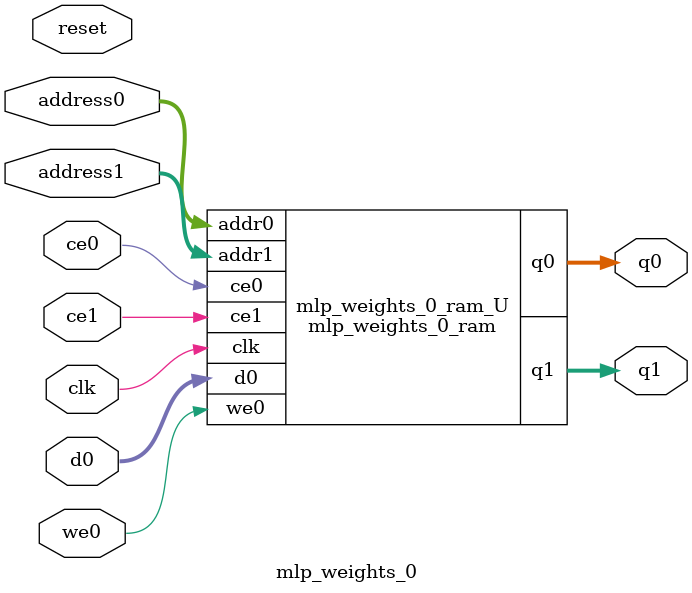
<source format=v>
`timescale 1 ns / 1 ps
module mlp_weights_0_ram (addr0, ce0, d0, we0, q0, addr1, ce1, q1,  clk);

parameter DWIDTH = 32;
parameter AWIDTH = 16;
parameter MEM_SIZE = 36864;

input[AWIDTH-1:0] addr0;
input ce0;
input[DWIDTH-1:0] d0;
input we0;
output reg[DWIDTH-1:0] q0;
input[AWIDTH-1:0] addr1;
input ce1;
output reg[DWIDTH-1:0] q1;
input clk;

(* ram_style = "block" *)reg [DWIDTH-1:0] ram[0:MEM_SIZE-1];




always @(posedge clk)  
begin 
    if (ce0) begin
        if (we0) 
            ram[addr0] <= d0; 
        q0 <= ram[addr0];
    end
end


always @(posedge clk)  
begin 
    if (ce1) begin
        q1 <= ram[addr1];
    end
end


endmodule

`timescale 1 ns / 1 ps
module mlp_weights_0(
    reset,
    clk,
    address0,
    ce0,
    we0,
    d0,
    q0,
    address1,
    ce1,
    q1);

parameter DataWidth = 32'd32;
parameter AddressRange = 32'd36864;
parameter AddressWidth = 32'd16;
input reset;
input clk;
input[AddressWidth - 1:0] address0;
input ce0;
input we0;
input[DataWidth - 1:0] d0;
output[DataWidth - 1:0] q0;
input[AddressWidth - 1:0] address1;
input ce1;
output[DataWidth - 1:0] q1;



mlp_weights_0_ram mlp_weights_0_ram_U(
    .clk( clk ),
    .addr0( address0 ),
    .ce0( ce0 ),
    .we0( we0 ),
    .d0( d0 ),
    .q0( q0 ),
    .addr1( address1 ),
    .ce1( ce1 ),
    .q1( q1 ));

endmodule


</source>
